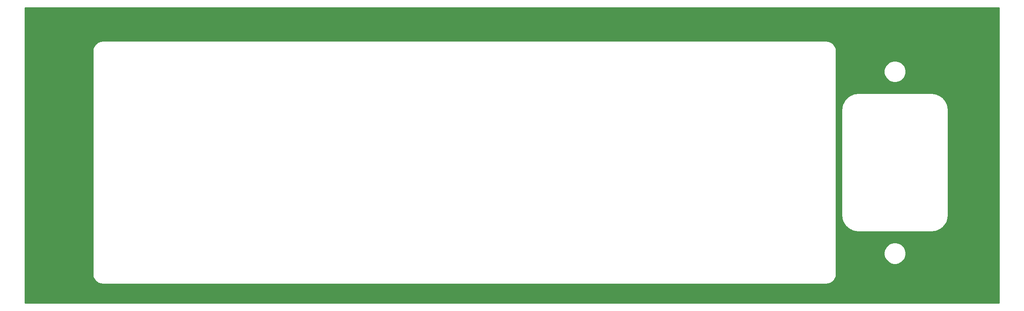
<source format=gbr>
%TF.GenerationSoftware,KiCad,Pcbnew,5.1.6*%
%TF.CreationDate,2020-07-29T12:52:39+02:00*%
%TF.ProjectId,backplate,6261636b-706c-4617-9465-2e6b69636164,rev?*%
%TF.SameCoordinates,Original*%
%TF.FileFunction,Copper,L2,Bot*%
%TF.FilePolarity,Positive*%
%FSLAX46Y46*%
G04 Gerber Fmt 4.6, Leading zero omitted, Abs format (unit mm)*
G04 Created by KiCad (PCBNEW 5.1.6) date 2020-07-29 12:52:39*
%MOMM*%
%LPD*%
G01*
G04 APERTURE LIST*
%TA.AperFunction,NonConductor*%
%ADD10C,0.254000*%
%TD*%
G04 APERTURE END LIST*
D10*
G36*
X253005001Y-133914999D02*
G01*
X38875000Y-133914999D01*
X38875000Y-78463896D01*
X53765000Y-78463896D01*
X53765001Y-127536105D01*
X53768127Y-127567840D01*
X53768062Y-127577086D01*
X53769063Y-127587299D01*
X53799663Y-127878444D01*
X53813067Y-127943744D01*
X53825542Y-128009140D01*
X53828508Y-128018965D01*
X53915077Y-128298620D01*
X53940890Y-128360027D01*
X53965846Y-128421795D01*
X53970664Y-128430856D01*
X54109902Y-128688372D01*
X54147187Y-128743650D01*
X54183631Y-128799342D01*
X54190116Y-128807295D01*
X54376722Y-129032862D01*
X54424014Y-129079825D01*
X54470603Y-129127400D01*
X54478504Y-129133937D01*
X54478507Y-129133940D01*
X54478510Y-129133942D01*
X54705375Y-129318967D01*
X54760881Y-129355845D01*
X54815825Y-129393466D01*
X54824850Y-129398346D01*
X54824855Y-129398349D01*
X54824858Y-129398350D01*
X55083333Y-129535784D01*
X55144939Y-129561177D01*
X55206153Y-129587413D01*
X55215956Y-129590448D01*
X55496210Y-129675062D01*
X55561600Y-129688009D01*
X55626720Y-129701851D01*
X55636924Y-129702924D01*
X55636926Y-129702924D01*
X55925861Y-129731254D01*
X55963895Y-129735000D01*
X215036105Y-129735000D01*
X215067849Y-129731873D01*
X215077086Y-129731938D01*
X215087299Y-129730937D01*
X215378444Y-129700337D01*
X215443714Y-129686939D01*
X215509137Y-129674459D01*
X215518962Y-129671493D01*
X215798619Y-129584925D01*
X215860049Y-129559102D01*
X215921798Y-129534154D01*
X215930859Y-129529336D01*
X216188375Y-129390097D01*
X216243630Y-129352827D01*
X216299343Y-129316369D01*
X216307296Y-129309884D01*
X216532863Y-129123278D01*
X216579822Y-129075991D01*
X216627399Y-129029400D01*
X216633941Y-129021493D01*
X216818967Y-128794629D01*
X216855836Y-128739136D01*
X216893469Y-128684175D01*
X216898350Y-128675148D01*
X217035787Y-128416666D01*
X217061182Y-128355053D01*
X217087415Y-128293847D01*
X217090450Y-128284044D01*
X217175064Y-128003790D01*
X217188011Y-127938400D01*
X217201853Y-127873280D01*
X217202926Y-127863074D01*
X217231493Y-127571722D01*
X217231493Y-127571713D01*
X217235000Y-127536105D01*
X217235000Y-122764269D01*
X227726581Y-122764269D01*
X227726581Y-123235731D01*
X227818558Y-123698135D01*
X227998979Y-124133709D01*
X228260910Y-124525716D01*
X228594284Y-124859090D01*
X228986291Y-125121021D01*
X229421865Y-125301442D01*
X229884269Y-125393419D01*
X230355731Y-125393419D01*
X230818135Y-125301442D01*
X231253709Y-125121021D01*
X231645716Y-124859090D01*
X231979090Y-124525716D01*
X232241021Y-124133709D01*
X232421442Y-123698135D01*
X232513419Y-123235731D01*
X232513419Y-122764269D01*
X232421442Y-122301865D01*
X232241021Y-121866291D01*
X231979090Y-121474284D01*
X231645716Y-121140910D01*
X231253709Y-120878979D01*
X230818135Y-120698558D01*
X230355731Y-120606581D01*
X229884269Y-120606581D01*
X229421865Y-120698558D01*
X228986291Y-120878979D01*
X228594284Y-121140910D01*
X228260910Y-121474284D01*
X227998979Y-121866291D01*
X227818558Y-122301865D01*
X227726581Y-122764269D01*
X217235000Y-122764269D01*
X217235000Y-91463896D01*
X218385000Y-91463896D01*
X218385001Y-114536105D01*
X218388229Y-114568875D01*
X218388098Y-114587559D01*
X218389099Y-114597772D01*
X218450300Y-115180062D01*
X218463710Y-115245388D01*
X218476179Y-115310756D01*
X218479143Y-115320572D01*
X218479144Y-115320579D01*
X218479147Y-115320585D01*
X218652282Y-115879894D01*
X218678095Y-115941301D01*
X218703051Y-116003069D01*
X218707869Y-116012130D01*
X218986345Y-116527162D01*
X219023608Y-116582408D01*
X219060074Y-116638133D01*
X219066560Y-116646086D01*
X219439770Y-117097219D01*
X219487060Y-117144180D01*
X219533648Y-117191754D01*
X219541555Y-117198296D01*
X219995283Y-117568348D01*
X220050776Y-117605217D01*
X220105737Y-117642850D01*
X220114764Y-117647731D01*
X220631728Y-117922605D01*
X220693367Y-117948011D01*
X220754548Y-117974233D01*
X220764351Y-117977268D01*
X221324859Y-118146495D01*
X221390251Y-118159443D01*
X221455367Y-118173284D01*
X221465573Y-118174357D01*
X222048276Y-118231492D01*
X222048277Y-118231492D01*
X222083895Y-118235000D01*
X238156105Y-118235000D01*
X238188884Y-118231772D01*
X238207559Y-118231902D01*
X238217772Y-118230901D01*
X238800062Y-118169700D01*
X238865388Y-118156290D01*
X238930756Y-118143821D01*
X238940572Y-118140857D01*
X238940579Y-118140856D01*
X238940585Y-118140853D01*
X239499894Y-117967718D01*
X239561301Y-117941905D01*
X239623069Y-117916949D01*
X239632130Y-117912131D01*
X240147162Y-117633655D01*
X240202408Y-117596392D01*
X240258133Y-117559926D01*
X240266086Y-117553440D01*
X240717219Y-117180230D01*
X240764180Y-117132940D01*
X240811754Y-117086352D01*
X240818296Y-117078445D01*
X241188348Y-116624717D01*
X241225217Y-116569224D01*
X241262850Y-116514263D01*
X241267731Y-116505236D01*
X241542605Y-115988272D01*
X241568011Y-115926633D01*
X241594233Y-115865452D01*
X241597268Y-115855649D01*
X241766495Y-115295141D01*
X241779443Y-115229749D01*
X241793284Y-115164633D01*
X241794357Y-115154427D01*
X241851492Y-114571724D01*
X241851492Y-114571723D01*
X241855000Y-114536105D01*
X241855000Y-91463895D01*
X241851772Y-91431116D01*
X241851902Y-91412441D01*
X241850901Y-91402227D01*
X241789700Y-90819938D01*
X241776294Y-90754631D01*
X241763821Y-90689245D01*
X241760857Y-90679428D01*
X241760856Y-90679421D01*
X241760853Y-90679415D01*
X241587718Y-90120107D01*
X241561903Y-90058696D01*
X241536949Y-89996931D01*
X241532131Y-89987870D01*
X241253655Y-89472838D01*
X241216392Y-89417592D01*
X241179926Y-89361867D01*
X241173440Y-89353914D01*
X240800230Y-88902781D01*
X240752957Y-88855837D01*
X240706352Y-88808246D01*
X240698445Y-88801704D01*
X240244717Y-88431652D01*
X240189198Y-88394765D01*
X240134263Y-88357151D01*
X240125236Y-88352269D01*
X239608272Y-88077395D01*
X239546633Y-88051989D01*
X239485452Y-88025767D01*
X239475649Y-88022732D01*
X238915141Y-87853505D01*
X238849781Y-87840563D01*
X238784633Y-87826716D01*
X238774427Y-87825643D01*
X238191724Y-87768508D01*
X238191723Y-87768508D01*
X238156105Y-87765000D01*
X222083895Y-87765000D01*
X222051116Y-87768228D01*
X222032441Y-87768098D01*
X222022227Y-87769099D01*
X221439938Y-87830300D01*
X221374631Y-87843706D01*
X221309245Y-87856179D01*
X221299428Y-87859143D01*
X221299421Y-87859144D01*
X221299415Y-87859147D01*
X220740107Y-88032282D01*
X220678696Y-88058097D01*
X220616931Y-88083051D01*
X220607870Y-88087869D01*
X220092838Y-88366345D01*
X220037592Y-88403608D01*
X219981867Y-88440074D01*
X219973914Y-88446560D01*
X219522781Y-88819770D01*
X219475837Y-88867043D01*
X219428246Y-88913648D01*
X219421704Y-88921555D01*
X219051652Y-89375283D01*
X219014765Y-89430802D01*
X218977151Y-89485737D01*
X218972269Y-89494764D01*
X218697395Y-90011728D01*
X218671989Y-90073367D01*
X218645767Y-90134548D01*
X218642732Y-90144351D01*
X218473505Y-90704859D01*
X218460563Y-90770219D01*
X218446716Y-90835367D01*
X218445643Y-90845573D01*
X218388508Y-91428276D01*
X218385000Y-91463896D01*
X217235000Y-91463896D01*
X217235000Y-82764269D01*
X227726581Y-82764269D01*
X227726581Y-83235731D01*
X227818558Y-83698135D01*
X227998979Y-84133709D01*
X228260910Y-84525716D01*
X228594284Y-84859090D01*
X228986291Y-85121021D01*
X229421865Y-85301442D01*
X229884269Y-85393419D01*
X230355731Y-85393419D01*
X230818135Y-85301442D01*
X231253709Y-85121021D01*
X231645716Y-84859090D01*
X231979090Y-84525716D01*
X232241021Y-84133709D01*
X232421442Y-83698135D01*
X232513419Y-83235731D01*
X232513419Y-82764269D01*
X232421442Y-82301865D01*
X232241021Y-81866291D01*
X231979090Y-81474284D01*
X231645716Y-81140910D01*
X231253709Y-80878979D01*
X230818135Y-80698558D01*
X230355731Y-80606581D01*
X229884269Y-80606581D01*
X229421865Y-80698558D01*
X228986291Y-80878979D01*
X228594284Y-81140910D01*
X228260910Y-81474284D01*
X227998979Y-81866291D01*
X227818558Y-82301865D01*
X227726581Y-82764269D01*
X217235000Y-82764269D01*
X217235000Y-78463895D01*
X217231873Y-78432151D01*
X217231938Y-78422915D01*
X217230937Y-78412701D01*
X217200337Y-78121556D01*
X217186927Y-78056230D01*
X217174458Y-77990862D01*
X217171493Y-77981037D01*
X217084925Y-77701382D01*
X217059097Y-77639940D01*
X217034154Y-77578203D01*
X217029336Y-77569142D01*
X216890097Y-77311626D01*
X216852842Y-77256394D01*
X216816369Y-77200658D01*
X216809884Y-77192705D01*
X216623279Y-76967138D01*
X216575972Y-76920160D01*
X216529400Y-76872602D01*
X216521493Y-76866060D01*
X216294629Y-76681034D01*
X216239121Y-76644155D01*
X216184176Y-76606533D01*
X216175149Y-76601652D01*
X215916668Y-76464215D01*
X215855088Y-76438833D01*
X215793849Y-76412586D01*
X215784045Y-76409551D01*
X215503791Y-76324937D01*
X215438401Y-76311990D01*
X215373281Y-76298148D01*
X215363077Y-76297075D01*
X215363075Y-76297075D01*
X215071723Y-76268508D01*
X215036105Y-76265000D01*
X55963895Y-76265000D01*
X55932151Y-76268127D01*
X55922915Y-76268062D01*
X55912701Y-76269063D01*
X55621556Y-76299663D01*
X55556230Y-76313073D01*
X55490862Y-76325542D01*
X55481037Y-76328507D01*
X55201382Y-76415075D01*
X55139938Y-76440904D01*
X55078206Y-76465845D01*
X55069148Y-76470661D01*
X55069143Y-76470663D01*
X55069139Y-76470666D01*
X54811628Y-76609901D01*
X54756373Y-76647171D01*
X54700656Y-76683631D01*
X54692703Y-76690117D01*
X54467138Y-76876721D01*
X54420160Y-76924028D01*
X54372603Y-76970599D01*
X54366061Y-76978506D01*
X54181035Y-77205370D01*
X54144148Y-77260889D01*
X54106534Y-77315824D01*
X54101652Y-77324851D01*
X53964215Y-77583333D01*
X53938831Y-77644920D01*
X53912587Y-77706151D01*
X53909552Y-77715955D01*
X53824938Y-77996209D01*
X53811991Y-78061599D01*
X53798149Y-78126719D01*
X53797076Y-78136925D01*
X53768680Y-78426528D01*
X53765000Y-78463896D01*
X38875000Y-78463896D01*
X38875000Y-68984999D01*
X253005000Y-68984999D01*
X253005001Y-133914999D01*
G37*
X253005001Y-133914999D02*
X38875000Y-133914999D01*
X38875000Y-78463896D01*
X53765000Y-78463896D01*
X53765001Y-127536105D01*
X53768127Y-127567840D01*
X53768062Y-127577086D01*
X53769063Y-127587299D01*
X53799663Y-127878444D01*
X53813067Y-127943744D01*
X53825542Y-128009140D01*
X53828508Y-128018965D01*
X53915077Y-128298620D01*
X53940890Y-128360027D01*
X53965846Y-128421795D01*
X53970664Y-128430856D01*
X54109902Y-128688372D01*
X54147187Y-128743650D01*
X54183631Y-128799342D01*
X54190116Y-128807295D01*
X54376722Y-129032862D01*
X54424014Y-129079825D01*
X54470603Y-129127400D01*
X54478504Y-129133937D01*
X54478507Y-129133940D01*
X54478510Y-129133942D01*
X54705375Y-129318967D01*
X54760881Y-129355845D01*
X54815825Y-129393466D01*
X54824850Y-129398346D01*
X54824855Y-129398349D01*
X54824858Y-129398350D01*
X55083333Y-129535784D01*
X55144939Y-129561177D01*
X55206153Y-129587413D01*
X55215956Y-129590448D01*
X55496210Y-129675062D01*
X55561600Y-129688009D01*
X55626720Y-129701851D01*
X55636924Y-129702924D01*
X55636926Y-129702924D01*
X55925861Y-129731254D01*
X55963895Y-129735000D01*
X215036105Y-129735000D01*
X215067849Y-129731873D01*
X215077086Y-129731938D01*
X215087299Y-129730937D01*
X215378444Y-129700337D01*
X215443714Y-129686939D01*
X215509137Y-129674459D01*
X215518962Y-129671493D01*
X215798619Y-129584925D01*
X215860049Y-129559102D01*
X215921798Y-129534154D01*
X215930859Y-129529336D01*
X216188375Y-129390097D01*
X216243630Y-129352827D01*
X216299343Y-129316369D01*
X216307296Y-129309884D01*
X216532863Y-129123278D01*
X216579822Y-129075991D01*
X216627399Y-129029400D01*
X216633941Y-129021493D01*
X216818967Y-128794629D01*
X216855836Y-128739136D01*
X216893469Y-128684175D01*
X216898350Y-128675148D01*
X217035787Y-128416666D01*
X217061182Y-128355053D01*
X217087415Y-128293847D01*
X217090450Y-128284044D01*
X217175064Y-128003790D01*
X217188011Y-127938400D01*
X217201853Y-127873280D01*
X217202926Y-127863074D01*
X217231493Y-127571722D01*
X217231493Y-127571713D01*
X217235000Y-127536105D01*
X217235000Y-122764269D01*
X227726581Y-122764269D01*
X227726581Y-123235731D01*
X227818558Y-123698135D01*
X227998979Y-124133709D01*
X228260910Y-124525716D01*
X228594284Y-124859090D01*
X228986291Y-125121021D01*
X229421865Y-125301442D01*
X229884269Y-125393419D01*
X230355731Y-125393419D01*
X230818135Y-125301442D01*
X231253709Y-125121021D01*
X231645716Y-124859090D01*
X231979090Y-124525716D01*
X232241021Y-124133709D01*
X232421442Y-123698135D01*
X232513419Y-123235731D01*
X232513419Y-122764269D01*
X232421442Y-122301865D01*
X232241021Y-121866291D01*
X231979090Y-121474284D01*
X231645716Y-121140910D01*
X231253709Y-120878979D01*
X230818135Y-120698558D01*
X230355731Y-120606581D01*
X229884269Y-120606581D01*
X229421865Y-120698558D01*
X228986291Y-120878979D01*
X228594284Y-121140910D01*
X228260910Y-121474284D01*
X227998979Y-121866291D01*
X227818558Y-122301865D01*
X227726581Y-122764269D01*
X217235000Y-122764269D01*
X217235000Y-91463896D01*
X218385000Y-91463896D01*
X218385001Y-114536105D01*
X218388229Y-114568875D01*
X218388098Y-114587559D01*
X218389099Y-114597772D01*
X218450300Y-115180062D01*
X218463710Y-115245388D01*
X218476179Y-115310756D01*
X218479143Y-115320572D01*
X218479144Y-115320579D01*
X218479147Y-115320585D01*
X218652282Y-115879894D01*
X218678095Y-115941301D01*
X218703051Y-116003069D01*
X218707869Y-116012130D01*
X218986345Y-116527162D01*
X219023608Y-116582408D01*
X219060074Y-116638133D01*
X219066560Y-116646086D01*
X219439770Y-117097219D01*
X219487060Y-117144180D01*
X219533648Y-117191754D01*
X219541555Y-117198296D01*
X219995283Y-117568348D01*
X220050776Y-117605217D01*
X220105737Y-117642850D01*
X220114764Y-117647731D01*
X220631728Y-117922605D01*
X220693367Y-117948011D01*
X220754548Y-117974233D01*
X220764351Y-117977268D01*
X221324859Y-118146495D01*
X221390251Y-118159443D01*
X221455367Y-118173284D01*
X221465573Y-118174357D01*
X222048276Y-118231492D01*
X222048277Y-118231492D01*
X222083895Y-118235000D01*
X238156105Y-118235000D01*
X238188884Y-118231772D01*
X238207559Y-118231902D01*
X238217772Y-118230901D01*
X238800062Y-118169700D01*
X238865388Y-118156290D01*
X238930756Y-118143821D01*
X238940572Y-118140857D01*
X238940579Y-118140856D01*
X238940585Y-118140853D01*
X239499894Y-117967718D01*
X239561301Y-117941905D01*
X239623069Y-117916949D01*
X239632130Y-117912131D01*
X240147162Y-117633655D01*
X240202408Y-117596392D01*
X240258133Y-117559926D01*
X240266086Y-117553440D01*
X240717219Y-117180230D01*
X240764180Y-117132940D01*
X240811754Y-117086352D01*
X240818296Y-117078445D01*
X241188348Y-116624717D01*
X241225217Y-116569224D01*
X241262850Y-116514263D01*
X241267731Y-116505236D01*
X241542605Y-115988272D01*
X241568011Y-115926633D01*
X241594233Y-115865452D01*
X241597268Y-115855649D01*
X241766495Y-115295141D01*
X241779443Y-115229749D01*
X241793284Y-115164633D01*
X241794357Y-115154427D01*
X241851492Y-114571724D01*
X241851492Y-114571723D01*
X241855000Y-114536105D01*
X241855000Y-91463895D01*
X241851772Y-91431116D01*
X241851902Y-91412441D01*
X241850901Y-91402227D01*
X241789700Y-90819938D01*
X241776294Y-90754631D01*
X241763821Y-90689245D01*
X241760857Y-90679428D01*
X241760856Y-90679421D01*
X241760853Y-90679415D01*
X241587718Y-90120107D01*
X241561903Y-90058696D01*
X241536949Y-89996931D01*
X241532131Y-89987870D01*
X241253655Y-89472838D01*
X241216392Y-89417592D01*
X241179926Y-89361867D01*
X241173440Y-89353914D01*
X240800230Y-88902781D01*
X240752957Y-88855837D01*
X240706352Y-88808246D01*
X240698445Y-88801704D01*
X240244717Y-88431652D01*
X240189198Y-88394765D01*
X240134263Y-88357151D01*
X240125236Y-88352269D01*
X239608272Y-88077395D01*
X239546633Y-88051989D01*
X239485452Y-88025767D01*
X239475649Y-88022732D01*
X238915141Y-87853505D01*
X238849781Y-87840563D01*
X238784633Y-87826716D01*
X238774427Y-87825643D01*
X238191724Y-87768508D01*
X238191723Y-87768508D01*
X238156105Y-87765000D01*
X222083895Y-87765000D01*
X222051116Y-87768228D01*
X222032441Y-87768098D01*
X222022227Y-87769099D01*
X221439938Y-87830300D01*
X221374631Y-87843706D01*
X221309245Y-87856179D01*
X221299428Y-87859143D01*
X221299421Y-87859144D01*
X221299415Y-87859147D01*
X220740107Y-88032282D01*
X220678696Y-88058097D01*
X220616931Y-88083051D01*
X220607870Y-88087869D01*
X220092838Y-88366345D01*
X220037592Y-88403608D01*
X219981867Y-88440074D01*
X219973914Y-88446560D01*
X219522781Y-88819770D01*
X219475837Y-88867043D01*
X219428246Y-88913648D01*
X219421704Y-88921555D01*
X219051652Y-89375283D01*
X219014765Y-89430802D01*
X218977151Y-89485737D01*
X218972269Y-89494764D01*
X218697395Y-90011728D01*
X218671989Y-90073367D01*
X218645767Y-90134548D01*
X218642732Y-90144351D01*
X218473505Y-90704859D01*
X218460563Y-90770219D01*
X218446716Y-90835367D01*
X218445643Y-90845573D01*
X218388508Y-91428276D01*
X218385000Y-91463896D01*
X217235000Y-91463896D01*
X217235000Y-82764269D01*
X227726581Y-82764269D01*
X227726581Y-83235731D01*
X227818558Y-83698135D01*
X227998979Y-84133709D01*
X228260910Y-84525716D01*
X228594284Y-84859090D01*
X228986291Y-85121021D01*
X229421865Y-85301442D01*
X229884269Y-85393419D01*
X230355731Y-85393419D01*
X230818135Y-85301442D01*
X231253709Y-85121021D01*
X231645716Y-84859090D01*
X231979090Y-84525716D01*
X232241021Y-84133709D01*
X232421442Y-83698135D01*
X232513419Y-83235731D01*
X232513419Y-82764269D01*
X232421442Y-82301865D01*
X232241021Y-81866291D01*
X231979090Y-81474284D01*
X231645716Y-81140910D01*
X231253709Y-80878979D01*
X230818135Y-80698558D01*
X230355731Y-80606581D01*
X229884269Y-80606581D01*
X229421865Y-80698558D01*
X228986291Y-80878979D01*
X228594284Y-81140910D01*
X228260910Y-81474284D01*
X227998979Y-81866291D01*
X227818558Y-82301865D01*
X227726581Y-82764269D01*
X217235000Y-82764269D01*
X217235000Y-78463895D01*
X217231873Y-78432151D01*
X217231938Y-78422915D01*
X217230937Y-78412701D01*
X217200337Y-78121556D01*
X217186927Y-78056230D01*
X217174458Y-77990862D01*
X217171493Y-77981037D01*
X217084925Y-77701382D01*
X217059097Y-77639940D01*
X217034154Y-77578203D01*
X217029336Y-77569142D01*
X216890097Y-77311626D01*
X216852842Y-77256394D01*
X216816369Y-77200658D01*
X216809884Y-77192705D01*
X216623279Y-76967138D01*
X216575972Y-76920160D01*
X216529400Y-76872602D01*
X216521493Y-76866060D01*
X216294629Y-76681034D01*
X216239121Y-76644155D01*
X216184176Y-76606533D01*
X216175149Y-76601652D01*
X215916668Y-76464215D01*
X215855088Y-76438833D01*
X215793849Y-76412586D01*
X215784045Y-76409551D01*
X215503791Y-76324937D01*
X215438401Y-76311990D01*
X215373281Y-76298148D01*
X215363077Y-76297075D01*
X215363075Y-76297075D01*
X215071723Y-76268508D01*
X215036105Y-76265000D01*
X55963895Y-76265000D01*
X55932151Y-76268127D01*
X55922915Y-76268062D01*
X55912701Y-76269063D01*
X55621556Y-76299663D01*
X55556230Y-76313073D01*
X55490862Y-76325542D01*
X55481037Y-76328507D01*
X55201382Y-76415075D01*
X55139938Y-76440904D01*
X55078206Y-76465845D01*
X55069148Y-76470661D01*
X55069143Y-76470663D01*
X55069139Y-76470666D01*
X54811628Y-76609901D01*
X54756373Y-76647171D01*
X54700656Y-76683631D01*
X54692703Y-76690117D01*
X54467138Y-76876721D01*
X54420160Y-76924028D01*
X54372603Y-76970599D01*
X54366061Y-76978506D01*
X54181035Y-77205370D01*
X54144148Y-77260889D01*
X54106534Y-77315824D01*
X54101652Y-77324851D01*
X53964215Y-77583333D01*
X53938831Y-77644920D01*
X53912587Y-77706151D01*
X53909552Y-77715955D01*
X53824938Y-77996209D01*
X53811991Y-78061599D01*
X53798149Y-78126719D01*
X53797076Y-78136925D01*
X53768680Y-78426528D01*
X53765000Y-78463896D01*
X38875000Y-78463896D01*
X38875000Y-68984999D01*
X253005000Y-68984999D01*
X253005001Y-133914999D01*
M02*

</source>
